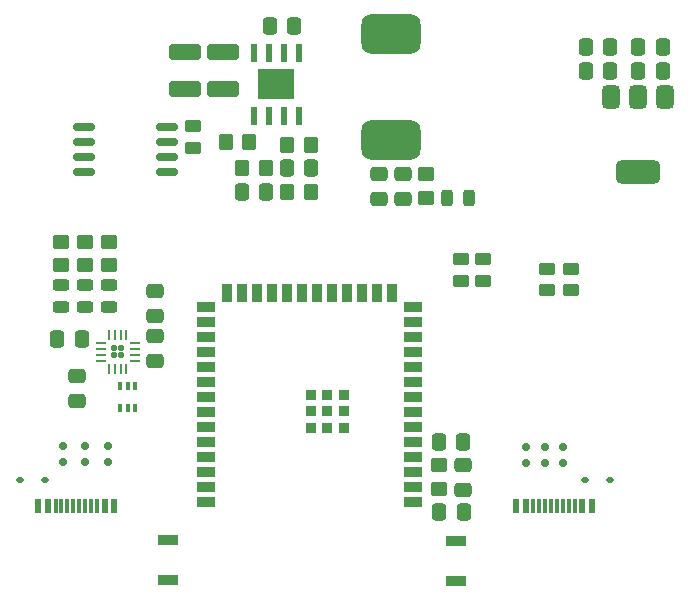
<source format=gbr>
%TF.GenerationSoftware,KiCad,Pcbnew,8.0.1-8.0.1-0~ubuntu20.04.1*%
%TF.CreationDate,2024-04-20T12:51:40-03:00*%
%TF.ProjectId,seebum_esp32s3,73656562-756d-45f6-9573-70333273332e,rev?*%
%TF.SameCoordinates,Original*%
%TF.FileFunction,Paste,Top*%
%TF.FilePolarity,Positive*%
%FSLAX46Y46*%
G04 Gerber Fmt 4.6, Leading zero omitted, Abs format (unit mm)*
G04 Created by KiCad (PCBNEW 8.0.1-8.0.1-0~ubuntu20.04.1) date 2024-04-20 12:51:40*
%MOMM*%
%LPD*%
G01*
G04 APERTURE LIST*
G04 Aperture macros list*
%AMRoundRect*
0 Rectangle with rounded corners*
0 $1 Rounding radius*
0 $2 $3 $4 $5 $6 $7 $8 $9 X,Y pos of 4 corners*
0 Add a 4 corners polygon primitive as box body*
4,1,4,$2,$3,$4,$5,$6,$7,$8,$9,$2,$3,0*
0 Add four circle primitives for the rounded corners*
1,1,$1+$1,$2,$3*
1,1,$1+$1,$4,$5*
1,1,$1+$1,$6,$7*
1,1,$1+$1,$8,$9*
0 Add four rect primitives between the rounded corners*
20,1,$1+$1,$2,$3,$4,$5,0*
20,1,$1+$1,$4,$5,$6,$7,0*
20,1,$1+$1,$6,$7,$8,$9,0*
20,1,$1+$1,$8,$9,$2,$3,0*%
G04 Aperture macros list end*
%ADD10RoundRect,0.250000X0.450000X-0.350000X0.450000X0.350000X-0.450000X0.350000X-0.450000X-0.350000X0*%
%ADD11RoundRect,0.250000X-0.337500X-0.475000X0.337500X-0.475000X0.337500X0.475000X-0.337500X0.475000X0*%
%ADD12RoundRect,0.243750X0.456250X-0.243750X0.456250X0.243750X-0.456250X0.243750X-0.456250X-0.243750X0*%
%ADD13RoundRect,0.250000X0.450000X-0.262500X0.450000X0.262500X-0.450000X0.262500X-0.450000X-0.262500X0*%
%ADD14RoundRect,0.250000X0.475000X-0.337500X0.475000X0.337500X-0.475000X0.337500X-0.475000X-0.337500X0*%
%ADD15RoundRect,0.250000X-0.450000X0.262500X-0.450000X-0.262500X0.450000X-0.262500X0.450000X0.262500X0*%
%ADD16RoundRect,0.250000X-0.350000X-0.450000X0.350000X-0.450000X0.350000X0.450000X-0.350000X0.450000X0*%
%ADD17RoundRect,0.850000X-1.650000X0.850000X-1.650000X-0.850000X1.650000X-0.850000X1.650000X0.850000X0*%
%ADD18RoundRect,0.150000X0.800000X0.150000X-0.800000X0.150000X-0.800000X-0.150000X0.800000X-0.150000X0*%
%ADD19RoundRect,0.112500X0.187500X0.112500X-0.187500X0.112500X-0.187500X-0.112500X0.187500X-0.112500X0*%
%ADD20RoundRect,0.100000X-0.100000X0.225000X-0.100000X-0.225000X0.100000X-0.225000X0.100000X0.225000X0*%
%ADD21RoundRect,0.250000X-0.450000X0.350000X-0.450000X-0.350000X0.450000X-0.350000X0.450000X0.350000X0*%
%ADD22RoundRect,0.375000X-0.375000X0.625000X-0.375000X-0.625000X0.375000X-0.625000X0.375000X0.625000X0*%
%ADD23RoundRect,0.500000X-1.400000X0.500000X-1.400000X-0.500000X1.400000X-0.500000X1.400000X0.500000X0*%
%ADD24RoundRect,0.125000X-0.125000X0.125000X-0.125000X-0.125000X0.125000X-0.125000X0.125000X0.125000X0*%
%ADD25RoundRect,0.062500X-0.062500X0.350000X-0.062500X-0.350000X0.062500X-0.350000X0.062500X0.350000X0*%
%ADD26RoundRect,0.062500X-0.350000X0.062500X-0.350000X-0.062500X0.350000X-0.062500X0.350000X0.062500X0*%
%ADD27RoundRect,0.150000X0.200000X-0.150000X0.200000X0.150000X-0.200000X0.150000X-0.200000X-0.150000X0*%
%ADD28RoundRect,0.250000X-0.475000X0.337500X-0.475000X-0.337500X0.475000X-0.337500X0.475000X0.337500X0*%
%ADD29R,0.600000X1.240000*%
%ADD30R,0.300000X1.240000*%
%ADD31R,3.100000X2.600000*%
%ADD32R,0.600000X1.550000*%
%ADD33RoundRect,0.250000X0.337500X0.475000X-0.337500X0.475000X-0.337500X-0.475000X0.337500X-0.475000X0*%
%ADD34R,0.900000X0.900000*%
%ADD35R,1.500000X0.900000*%
%ADD36R,0.900000X1.500000*%
%ADD37RoundRect,0.243750X0.243750X0.456250X-0.243750X0.456250X-0.243750X-0.456250X0.243750X-0.456250X0*%
%ADD38RoundRect,0.112500X-0.187500X-0.112500X0.187500X-0.112500X0.187500X0.112500X-0.187500X0.112500X0*%
%ADD39R,1.700000X0.900000*%
%ADD40RoundRect,0.250000X-1.100000X0.412500X-1.100000X-0.412500X1.100000X-0.412500X1.100000X0.412500X0*%
G04 APERTURE END LIST*
D10*
%TO.C,R201*%
X161047500Y-105585000D03*
X161047500Y-103585000D03*
%TD*%
D11*
%TO.C,C203*%
X160972500Y-101585000D03*
X163047500Y-101585000D03*
%TD*%
D12*
%TO.C,D201*%
X129047500Y-90227500D03*
X129047500Y-88352500D03*
%TD*%
D13*
%TO.C,R103*%
X164747500Y-87952500D03*
X164747500Y-86127500D03*
%TD*%
D14*
%TO.C,C209*%
X130347500Y-98152500D03*
X130347500Y-96077500D03*
%TD*%
D15*
%TO.C,R211*%
X170147500Y-86940000D03*
X170147500Y-88765000D03*
%TD*%
D16*
%TO.C,R304*%
X148147500Y-80452500D03*
X150147500Y-80452500D03*
%TD*%
D17*
%TO.C,L301*%
X156922500Y-67115000D03*
X156922500Y-76015000D03*
%TD*%
D18*
%TO.C,Q101*%
X130947500Y-78730000D03*
X130947500Y-77460000D03*
X130947500Y-76190000D03*
X130947500Y-74920000D03*
X137947500Y-74920000D03*
X137947500Y-78730000D03*
X137947500Y-77460000D03*
X137947500Y-76190000D03*
%TD*%
D19*
%TO.C,D210*%
X175497500Y-104817944D03*
X173397500Y-104817944D03*
%TD*%
D20*
%TO.C,Q201*%
X135297500Y-96865000D03*
X134647500Y-96865000D03*
X133997500Y-96865000D03*
X133997500Y-98765000D03*
X134647500Y-98765000D03*
X135297500Y-98765000D03*
%TD*%
D13*
%TO.C,R212*%
X172147500Y-88765000D03*
X172147500Y-86940000D03*
%TD*%
D21*
%TO.C,R206*%
X133047500Y-84652500D03*
X133047500Y-86652500D03*
%TD*%
D22*
%TO.C,U203*%
X180147500Y-72452500D03*
X177847500Y-72452500D03*
D23*
X177847500Y-78752500D03*
D22*
X175547500Y-72452500D03*
%TD*%
D15*
%TO.C,R101*%
X140147500Y-74900000D03*
X140147500Y-76725000D03*
%TD*%
D24*
%TO.C,U202*%
X134107500Y-93667500D03*
X133487500Y-93667500D03*
X134107500Y-94287500D03*
X133487500Y-94287500D03*
D25*
X134547500Y-92540000D03*
X134047500Y-92540000D03*
X133547500Y-92540000D03*
X133047500Y-92540000D03*
D26*
X132360000Y-93227500D03*
X132360000Y-93727500D03*
X132360000Y-94227500D03*
X132360000Y-94727500D03*
D25*
X133047500Y-95415000D03*
X133547500Y-95415000D03*
X134047500Y-95415000D03*
X134547500Y-95415000D03*
D26*
X135235000Y-94727500D03*
X135235000Y-94227500D03*
X135235000Y-93727500D03*
X135235000Y-93227500D03*
%TD*%
D27*
%TO.C,D209*%
X171547500Y-102015000D03*
X171547500Y-103415000D03*
%TD*%
%TO.C,D211*%
X169947500Y-102015000D03*
X169947500Y-103415000D03*
%TD*%
D21*
%TO.C,R305*%
X159947500Y-78952500D03*
X159947500Y-80952500D03*
%TD*%
D11*
%TO.C,C206*%
X177872500Y-68202500D03*
X179947500Y-68202500D03*
%TD*%
D27*
%TO.C,D205*%
X132947500Y-101925000D03*
X132947500Y-103325000D03*
%TD*%
D28*
%TO.C,C307*%
X155947500Y-78952500D03*
X155947500Y-81027500D03*
%TD*%
D21*
%TO.C,R205*%
X131047500Y-84652500D03*
X131047500Y-86652500D03*
%TD*%
D29*
%TO.C,J201*%
X127097500Y-107025000D03*
X127897500Y-107025000D03*
D30*
X129047500Y-107025000D03*
X130047500Y-107025000D03*
X130547500Y-107025000D03*
X131547500Y-107025000D03*
D29*
X132697500Y-107025000D03*
X133497500Y-107025000D03*
X133497500Y-107025000D03*
X132697500Y-107025000D03*
D30*
X132047500Y-107025000D03*
X131047500Y-107025000D03*
X129547500Y-107025000D03*
X128547500Y-107025000D03*
D29*
X127897500Y-107025000D03*
X127097500Y-107025000D03*
%TD*%
D31*
%TO.C,U301*%
X147242500Y-71352500D03*
D32*
X145337500Y-74052500D03*
X146607500Y-74052500D03*
X147877500Y-74052500D03*
X149147500Y-74052500D03*
X149147500Y-68652500D03*
X147877500Y-68652500D03*
X146607500Y-68652500D03*
X145337500Y-68652500D03*
%TD*%
D33*
%TO.C,C210*%
X130747500Y-92877500D03*
X128672500Y-92877500D03*
%TD*%
D15*
%TO.C,R102*%
X162847500Y-86127500D03*
X162847500Y-87952500D03*
%TD*%
D21*
%TO.C,R204*%
X129047500Y-84652500D03*
X129047500Y-86652500D03*
%TD*%
D27*
%TO.C,D208*%
X168347500Y-102015000D03*
X168347500Y-103415000D03*
%TD*%
D34*
%TO.C,U201*%
X150150000Y-97612500D03*
X150150000Y-99012500D03*
X150150000Y-100412500D03*
X151550000Y-97612500D03*
X151550000Y-99012500D03*
X151550000Y-100412500D03*
X151550000Y-100412500D03*
X152950000Y-97612500D03*
X152950000Y-97612500D03*
X152950000Y-99012500D03*
X152950000Y-100412500D03*
D35*
X141300000Y-106732500D03*
X141300000Y-105462500D03*
X141300000Y-104192500D03*
X141300000Y-102922500D03*
X141300000Y-101652500D03*
X141300000Y-100382500D03*
X141300000Y-99112500D03*
X141300000Y-97842500D03*
X141300000Y-96572500D03*
X141300000Y-95302500D03*
X141300000Y-94032500D03*
X141300000Y-92762500D03*
X141300000Y-91492500D03*
X141300000Y-90222500D03*
D36*
X143065000Y-88972500D03*
X144335000Y-88972500D03*
X145605000Y-88972500D03*
X146875000Y-88972500D03*
X148145000Y-88972500D03*
X149415000Y-88972500D03*
X150685000Y-88972500D03*
X151955000Y-88972500D03*
X153225000Y-88972500D03*
X154495000Y-88972500D03*
X155765000Y-88972500D03*
X157035000Y-88972500D03*
D35*
X158800000Y-90222500D03*
X158800000Y-91492500D03*
X158800000Y-92762500D03*
X158800000Y-94032500D03*
X158800000Y-95302500D03*
X158800000Y-96572500D03*
X158800000Y-97842500D03*
X158800000Y-99112500D03*
X158800000Y-100382500D03*
X158800000Y-101652500D03*
X158800000Y-102922500D03*
X158800000Y-104192500D03*
X158800000Y-105462500D03*
X158800000Y-106732500D03*
%TD*%
D37*
%TO.C,D301*%
X163585000Y-80952500D03*
X161710000Y-80952500D03*
%TD*%
D16*
%TO.C,R302*%
X148147500Y-76452500D03*
X150147500Y-76452500D03*
%TD*%
D38*
%TO.C,D204*%
X125534556Y-104850000D03*
X127634556Y-104850000D03*
%TD*%
D28*
%TO.C,C211*%
X136947500Y-88852500D03*
X136947500Y-90927500D03*
%TD*%
D12*
%TO.C,D202*%
X131047500Y-90227500D03*
X131047500Y-88352500D03*
%TD*%
D11*
%TO.C,C304*%
X144310000Y-80452500D03*
X146385000Y-80452500D03*
%TD*%
D39*
%TO.C,SW201*%
X162447500Y-113425000D03*
X162447500Y-110025000D03*
%TD*%
D33*
%TO.C,C201*%
X163122500Y-107585000D03*
X161047500Y-107585000D03*
%TD*%
D40*
%TO.C,C302*%
X139547500Y-68615000D03*
X139547500Y-71740000D03*
%TD*%
D27*
%TO.C,D206*%
X131047500Y-101952500D03*
X131047500Y-103352500D03*
%TD*%
D39*
%TO.C,SW202*%
X138047500Y-113325000D03*
X138047500Y-109925000D03*
%TD*%
D12*
%TO.C,D203*%
X133047500Y-90227500D03*
X133047500Y-88352500D03*
%TD*%
D40*
%TO.C,C306*%
X142747500Y-68615000D03*
X142747500Y-71740000D03*
%TD*%
D27*
%TO.C,D207*%
X129147500Y-101952500D03*
X129147500Y-103352500D03*
%TD*%
D11*
%TO.C,C301*%
X148110000Y-78452500D03*
X150185000Y-78452500D03*
%TD*%
D29*
%TO.C,J202*%
X167547500Y-107025000D03*
X168347500Y-107025000D03*
D30*
X169497500Y-107025000D03*
X170497500Y-107025000D03*
X170997500Y-107025000D03*
X171997500Y-107025000D03*
D29*
X173147500Y-107025000D03*
X173947500Y-107025000D03*
X173947500Y-107025000D03*
X173147500Y-107025000D03*
D30*
X172497500Y-107025000D03*
X171497500Y-107025000D03*
X169997500Y-107025000D03*
X168997500Y-107025000D03*
D29*
X168347500Y-107025000D03*
X167547500Y-107025000D03*
%TD*%
D16*
%TO.C,R303*%
X144347500Y-78452500D03*
X146347500Y-78452500D03*
%TD*%
D33*
%TO.C,C205*%
X175522500Y-70202500D03*
X173447500Y-70202500D03*
%TD*%
D11*
%TO.C,C207*%
X177872500Y-70202500D03*
X179947500Y-70202500D03*
%TD*%
D14*
%TO.C,C212*%
X136947500Y-94752500D03*
X136947500Y-92677500D03*
%TD*%
D16*
%TO.C,R301*%
X142947500Y-76252500D03*
X144947500Y-76252500D03*
%TD*%
D28*
%TO.C,C305*%
X157947500Y-78952500D03*
X157947500Y-81027500D03*
%TD*%
D33*
%TO.C,C204*%
X175522500Y-68202500D03*
X173447500Y-68202500D03*
%TD*%
D14*
%TO.C,C202*%
X163047500Y-105660000D03*
X163047500Y-103585000D03*
%TD*%
D11*
%TO.C,C303*%
X146672500Y-66415000D03*
X148747500Y-66415000D03*
%TD*%
M02*

</source>
